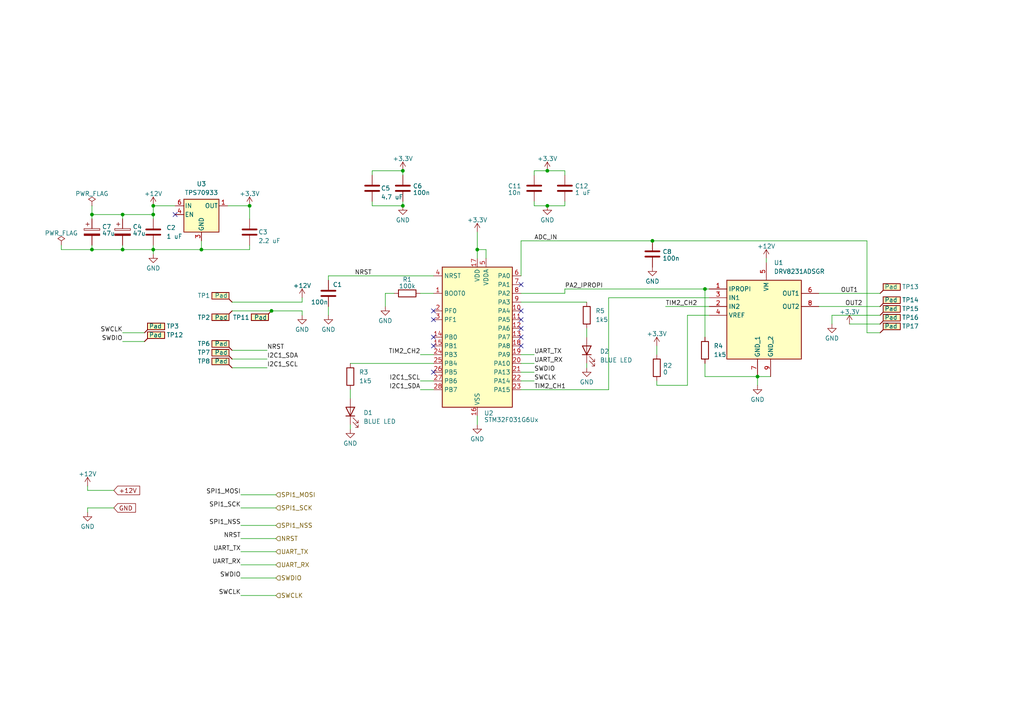
<source format=kicad_sch>
(kicad_sch (version 20231120) (generator "eeschema") (generator_version "8.0")
  (paper "A4")
  (lib_symbols
    (symbol "Connector:TestPoint_Flag" (pin_numbers hide) (pin_names (offset 0.762) hide)
      (property "Reference" "TP" (at 3.429 1.778 0))
      (property "Value" "TestPoint_Flag" (at 3.302 4.191 0))
      (symbol "TestPoint_Flag_0_1"
        (polyline (pts (xy 0 0) (xy 0.889 0.889)) (stroke (width 0.254)))
        (rectangle (start 0.889 2.794) (end 5.842 0.889) (stroke (width 0.254)) (fill (type background)))
      )
      (symbol "TestPoint_Flag_1_1"
        (pin passive line (at 0 0 90) (length 0) (name "1") (number "1"))
      )
    )
    (symbol "Device:C" (pin_numbers hide) (pin_names (offset 0.254))
      (property "Reference" "C" (at 0.635 2.54 0))
      (property "Value" "C" (at 0.635 -2.54 0))
      (symbol "C_0_1"
        (polyline (pts (xy -2.032 -0.762) (xy 2.032 -0.762)) (stroke (width 0.508)))
        (polyline (pts (xy -2.032 0.762) (xy 2.032 0.762)) (stroke (width 0.508)))
      )
      (symbol "C_1_1"
        (pin passive line (at 0 3.81 270) (length 2.794) (name "~") (number "1"))
        (pin passive line (at 0 -3.81 90) (length 2.794) (name "~") (number "2"))
      )
    )
    (symbol "Device:C_Polarized" (pin_numbers hide) (pin_names (offset 0.254))
      (property "Reference" "C" (at 0.635 2.54 0))
      (property "Value" "C_Polarized" (at 0.635 -2.54 0))
      (symbol "C_Polarized_0_1"
        (rectangle (start -2.286 0.508) (end 2.286 1.016))
        (polyline (pts (xy -1.778 2.286) (xy -0.762 2.286)))
        (polyline (pts (xy -1.27 2.794) (xy -1.27 1.778)))
        (rectangle (start 2.286 -0.508) (end -2.286 -1.016) (fill (type outline)))
      )
      (symbol "C_Polarized_1_1"
        (pin passive line (at 0 3.81 270) (length 2.794) (name "~") (number "1"))
        (pin passive line (at 0 -3.81 90) (length 2.794) (name "~") (number "2"))
      )
    )
    (symbol "Device:LED" (pin_numbers hide) (pin_names (offset 1.016) hide)
      (property "Reference" "D" (at 0 2.54 0))
      (property "Value" "LED" (at 0 -2.54 0))
      (symbol "LED_0_1"
        (polyline (pts (xy -1.27 -1.27) (xy -1.27 1.27)) (stroke (width 0.254)))
        (polyline (pts (xy -1.27 0) (xy 1.27 0)))
        (polyline (pts (xy 1.27 -1.27) (xy 1.27 1.27) (xy -1.27 0) (xy 1.27 -1.27)) (stroke (width 0.254)))
        (polyline (pts (xy -3.048 -0.762) (xy -4.572 -2.286) (xy -3.81 -2.286) (xy -4.572 -2.286) (xy -4.572 -1.524)))
        (polyline (pts (xy -1.778 -0.762) (xy -3.302 -2.286) (xy -2.54 -2.286) (xy -3.302 -2.286) (xy -3.302 -1.524)))
      )
      (symbol "LED_1_1"
        (pin passive line (at -3.81 0 0) (length 2.54) (name "K") (number "1"))
        (pin passive line (at 3.81 0 180) (length 2.54) (name "A") (number "2"))
      )
    )
    (symbol "Device:R" (pin_numbers hide) (pin_names (offset 0))
      (property "Reference" "R" (at 2.032 0 90))
      (property "Value" "R" (at 0 0 90))
      (symbol "R_0_1"
        (rectangle (start -1.016 -2.54) (end 1.016 2.54) (stroke (width 0.254)))
      )
      (symbol "R_1_1"
        (pin passive line (at 0 3.81 270) (length 1.27) (name "~") (number "1"))
        (pin passive line (at 0 -3.81 90) (length 1.27) (name "~") (number "2"))
      )
    )
    (symbol "Driver_Motor:DRV8231ADSGR"
      (property "Reference" "Ux" (at 25.4 7.62 0))
      (property "Value" "DRV8231ADSGR" (at 31.75 5.08 0))
      (symbol "DRV8231ADSGR_1_1"
        (rectangle (start 5.08 2.54) (end 26.67 -20.32) (stroke (width 0.254)) (fill (type background)))
        (pin passive line (at 0 0 0) (length 5.08) (name "IPROPI") (number "1"))
        (pin passive line (at 0 -5.08 0) (length 5.08) (name "IN2") (number "2"))
        (pin passive line (at 0 -2.54 0) (length 5.08) (name "IN1") (number "3"))
        (pin passive line (at 0 -7.62 0) (length 5.08) (name "VREF") (number "4"))
        (pin passive line (at 16.51 7.62 270) (length 5.08) (name "VM") (number "5"))
        (pin passive line (at 31.75 -1.27 180) (length 5.08) (name "OUT1") (number "6"))
        (pin passive line (at 13.97 -25.4 90) (length 5.08) (name "GND_1") (number "7"))
        (pin passive line (at 31.75 -5.08 180) (length 5.08) (name "OUT2") (number "8"))
        (pin passive line (at 17.78 -25.4 90) (length 5.08) (name "GND_2") (number "9"))
      )
    )
    (symbol "MCU_ST_STM32F0:STM32F031G6Ux"
      (property "Reference" "U" (at -10.16 21.59 0))
      (property "Value" "STM32F031G6Ux" (at 5.08 21.59 0))
      (symbol "STM32F031G6Ux_0_1"
        (rectangle (start -10.16 -20.32) (end 10.16 20.32) (stroke (width 0.254)) (fill (type background)))
      )
      (symbol "STM32F031G6Ux_1_1"
        (pin input line (at -12.7 12.7 0) (length 2.54) (name "BOOT0") (number "1"))
        (pin bidirectional line (at 12.7 7.62 180) (length 2.54) (name "PA4") (number "10"))
        (pin bidirectional line (at 12.7 5.08 180) (length 2.54) (name "PA5") (number "11"))
        (pin bidirectional line (at 12.7 2.54 180) (length 2.54) (name "PA6") (number "12"))
        (pin bidirectional line (at 12.7 0 180) (length 2.54) (name "PA7") (number "13"))
        (pin bidirectional line (at -12.7 0 0) (length 2.54) (name "PB0") (number "14"))
        (pin bidirectional line (at -12.7 -2.54 0) (length 2.54) (name "PB1") (number "15"))
        (pin power_in line (at 0 -22.86 90) (length 2.54) (name "VSS") (number "16"))
        (pin power_in line (at 0 22.86 270) (length 2.54) (name "VDD") (number "17"))
        (pin bidirectional line (at 12.7 -2.54 180) (length 2.54) (name "PA8") (number "18"))
        (pin bidirectional line (at 12.7 -5.08 180) (length 2.54) (name "PA9") (number "19"))
        (pin bidirectional line (at -12.7 7.62 0) (length 2.54) (name "PF0") (number "2"))
        (pin bidirectional line (at 12.7 -7.62 180) (length 2.54) (name "PA10") (number "20"))
        (pin bidirectional line (at 12.7 -10.16 180) (length 2.54) (name "PA13") (number "21"))
        (pin bidirectional line (at 12.7 -12.7 180) (length 2.54) (name "PA14") (number "22"))
        (pin bidirectional line (at 12.7 -15.24 180) (length 2.54) (name "PA15") (number "23"))
        (pin bidirectional line (at -12.7 -5.08 0) (length 2.54) (name "PB3") (number "24"))
        (pin bidirectional line (at -12.7 -7.62 0) (length 2.54) (name "PB4") (number "25"))
        (pin bidirectional line (at -12.7 -10.16 0) (length 2.54) (name "PB5") (number "26"))
        (pin bidirectional line (at -12.7 -12.7 0) (length 2.54) (name "PB6") (number "27"))
        (pin bidirectional line (at -12.7 -15.24 0) (length 2.54) (name "PB7") (number "28"))
        (pin bidirectional line (at -12.7 5.08 0) (length 2.54) (name "PF1") (number "3"))
        (pin input line (at -12.7 17.78 0) (length 2.54) (name "NRST") (number "4"))
        (pin power_in line (at 2.54 22.86 270) (length 2.54) (name "VDDA") (number "5"))
        (pin bidirectional line (at 12.7 17.78 180) (length 2.54) (name "PA0") (number "6"))
        (pin bidirectional line (at 12.7 15.24 180) (length 2.54) (name "PA1") (number "7"))
        (pin bidirectional line (at 12.7 12.7 180) (length 2.54) (name "PA2") (number "8"))
        (pin bidirectional line (at 12.7 10.16 180) (length 2.54) (name "PA3") (number "9"))
      )
    )
    (symbol "Regulator_Linear:TLV75710PDRV" (pin_names (offset 0.254))
      (property "Reference" "U" (at -3.81 5.715 0))
      (property "Value" "TLV75710PDRV" (at 0 5.715 0))
      (symbol "TLV75710PDRV_0_1"
        (rectangle (start -5.08 4.445) (end 5.08 -5.08) (stroke (width 0.254)) (fill (type background)))
      )
      (symbol "TLV75710PDRV_1_1"
        (pin power_out line (at 7.62 2.54 180) (length 2.54) (name "OUT") (number "1"))
        (pin no_connect line (at 5.08 0 180) (length 2.54) hide (name "NC") (number "2"))
        (pin power_in line (at 0 -7.62 90) (length 2.54) (name "GND") (number "3"))
        (pin input line (at -7.62 0 0) (length 2.54) (name "EN") (number "4"))
        (pin no_connect line (at 5.08 -2.54 180) (length 2.54) hide (name "NC") (number "5"))
        (pin power_in line (at -7.62 2.54 0) (length 2.54) (name "IN") (number "6"))
        (pin passive line (at 0 -7.62 90) (length 2.54) hide (name "GND") (number "7"))
      )
    )
    (symbol "power:+12V" (power) (pin_names (offset 0))
      (property "Value" "+12V" (at 0 3.556 0))
      (symbol "+12V_0_1"
        (polyline (pts (xy -0.762 1.27) (xy 0 2.54)))
        (polyline (pts (xy 0 0) (xy 0 2.54)))
        (polyline (pts (xy 0 2.54) (xy 0.762 1.27)))
      )
      (symbol "+12V_1_1"
        (pin power_in line (at 0 0 90) (length 0) hide (name "+12V") (number "1"))
      )
    )
    (symbol "power:+3.3V" (power) (pin_names (offset 0))
      (property "Value" "+3.3V" (at 0 3.556 0))
      (symbol "+3.3V_0_1"
        (polyline (pts (xy -0.762 1.27) (xy 0 2.54)))
        (polyline (pts (xy 0 0) (xy 0 2.54)))
        (polyline (pts (xy 0 2.54) (xy 0.762 1.27)))
      )
      (symbol "+3.3V_1_1"
        (pin power_in line (at 0 0 90) (length 0) hide (name "+3.3V") (number "1"))
      )
    )
    (symbol "power:GND" (power) (pin_names (offset 0))
      (property "Value" "GND" (at 0 -3.81 0))
      (symbol "GND_0_1"
        (polyline (pts (xy 0 0) (xy 0 -1.27) (xy 1.27 -1.27) (xy 0 -2.54) (xy -1.27 -1.27) (xy 0 -1.27)))
      )
      (symbol "GND_1_1"
        (pin power_in line (at 0 0 270) (length 0) hide (name "GND") (number "1"))
      )
    )
    (symbol "power:PWR_FLAG" (power) (pin_numbers hide) (pin_names (offset 0) hide)
      (property "Value" "PWR_FLAG" (at 0 3.81 0))
      (symbol "PWR_FLAG_0_0"
        (pin power_out line (at 0 0 90) (length 0) (name "pwr") (number "1"))
      )
      (symbol "PWR_FLAG_0_1"
        (polyline (pts (xy 0 0) (xy 0 1.27) (xy -1.016 1.905) (xy 0 2.54) (xy 1.016 1.905) (xy 0 1.27)))
      )
    )
  )
  (junction (at 204.47 83.82))
  (junction (at 26.67 62.23))
  (junction (at 78.74 90.17))
  (junction (at 44.45 59.69))
  (junction (at 158.75 49.53))
  (junction (at 44.45 72.39))
  (junction (at 116.84 49.53))
  (junction (at 219.71 109.22))
  (junction (at 72.39 59.69))
  (junction (at 35.56 72.39))
  (junction (at 26.67 72.39))
  (junction (at 116.84 59.69))
  (junction (at 158.75 59.69))
  (junction (at 44.45 62.23))
  (junction (at 138.43 72.39))
  (junction (at 35.56 62.23))
  (junction (at 189.23 69.85))
  (junction (at 58.42 72.39))
  (no_connect (at 125.73 90.17))
  (no_connect (at 151.13 90.17))
  (no_connect (at 151.13 82.55))
  (no_connect (at 151.13 100.33))
  (no_connect (at 125.73 107.95))
  (no_connect (at 125.73 100.33))
  (no_connect (at 151.13 92.71))
  (no_connect (at 151.13 97.79))
  (no_connect (at 50.8 62.23))
  (no_connect (at 125.73 97.79))
  (no_connect (at 151.13 95.25))
  (no_connect (at 125.73 92.71))
  (wire (pts (xy 77.47 101.6) (xy 67.31 101.6)))
  (wire (pts (xy 121.92 110.49) (xy 125.73 110.49)))
  (wire (pts (xy 69.85 167.64) (xy 80.01 167.64)))
  (wire (pts (xy 158.75 59.69) (xy 163.83 59.69)))
  (wire (pts (xy 151.13 110.49) (xy 154.94 110.49)))
  (wire (pts (xy 25.4 142.24) (xy 33.02 142.24)))
  (wire (pts (xy 17.78 72.39) (xy 26.67 72.39)))
  (wire (pts (xy 58.42 72.39) (xy 72.39 72.39)))
  (wire (pts (xy 35.56 99.06) (xy 41.91 99.06)))
  (wire (pts (xy 111.76 85.09) (xy 114.3 85.09)))
  (wire (pts (xy 163.83 85.09) (xy 151.13 85.09)))
  (wire (pts (xy 25.4 147.32) (xy 25.4 148.59)))
  (wire (pts (xy 176.53 86.36) (xy 205.74 86.36)))
  (wire (pts (xy 154.94 59.69) (xy 154.94 58.42)))
  (wire (pts (xy 158.75 59.69) (xy 154.94 59.69)))
  (wire (pts (xy 163.83 59.69) (xy 163.83 58.42)))
  (wire (pts (xy 251.46 96.52) (xy 255.27 96.52)))
  (wire (pts (xy 151.13 69.85) (xy 189.23 69.85)))
  (wire (pts (xy 246.38 93.98) (xy 255.27 93.98)))
  (wire (pts (xy 95.25 80.01) (xy 95.25 81.28)))
  (wire (pts (xy 44.45 62.23) (xy 44.45 63.5)))
  (wire (pts (xy 151.13 105.41) (xy 154.94 105.41)))
  (wire (pts (xy 170.18 105.41) (xy 170.18 106.68)))
  (wire (pts (xy 35.56 72.39) (xy 26.67 72.39)))
  (wire (pts (xy 189.23 69.85) (xy 251.46 69.85)))
  (wire (pts (xy 222.25 74.93) (xy 222.25 76.2)))
  (wire (pts (xy 58.42 69.85) (xy 58.42 72.39)))
  (wire (pts (xy 199.39 111.76) (xy 190.5 111.76)))
  (wire (pts (xy 151.13 87.63) (xy 170.18 87.63)))
  (wire (pts (xy 237.49 85.09) (xy 255.27 85.09)))
  (wire (pts (xy 163.83 83.82) (xy 163.83 85.09)))
  (wire (pts (xy 44.45 62.23) (xy 35.56 62.23)))
  (wire (pts (xy 35.56 72.39) (xy 35.56 71.12)))
  (wire (pts (xy 69.85 163.83) (xy 80.01 163.83)))
  (wire (pts (xy 69.85 160.02) (xy 80.01 160.02)))
  (wire (pts (xy 26.67 62.23) (xy 26.67 63.5)))
  (wire (pts (xy 121.92 102.87) (xy 125.73 102.87)))
  (wire (pts (xy 219.71 109.22) (xy 204.47 109.22)))
  (wire (pts (xy 33.02 147.32) (xy 25.4 147.32)))
  (wire (pts (xy 199.39 91.44) (xy 199.39 111.76)))
  (wire (pts (xy 140.97 72.39) (xy 140.97 74.93)))
  (wire (pts (xy 44.45 72.39) (xy 44.45 73.66)))
  (wire (pts (xy 44.45 72.39) (xy 58.42 72.39)))
  (wire (pts (xy 95.25 88.9) (xy 95.25 91.44)))
  (wire (pts (xy 72.39 59.69) (xy 72.39 63.5)))
  (wire (pts (xy 72.39 72.39) (xy 72.39 71.12)))
  (wire (pts (xy 69.85 152.4) (xy 80.01 152.4)))
  (wire (pts (xy 26.67 72.39) (xy 26.67 71.12)))
  (wire (pts (xy 107.95 49.53) (xy 116.84 49.53)))
  (wire (pts (xy 199.39 91.44) (xy 205.74 91.44)))
  (wire (pts (xy 17.78 71.12) (xy 17.78 72.39)))
  (wire (pts (xy 151.13 69.85) (xy 151.13 80.01)))
  (wire (pts (xy 151.13 102.87) (xy 154.94 102.87)))
  (wire (pts (xy 158.75 49.53) (xy 154.94 49.53)))
  (wire (pts (xy 67.31 87.63) (xy 87.63 87.63)))
  (wire (pts (xy 138.43 120.65) (xy 138.43 123.19)))
  (wire (pts (xy 69.85 172.72) (xy 80.01 172.72)))
  (wire (pts (xy 69.85 156.21) (xy 80.01 156.21)))
  (wire (pts (xy 154.94 49.53) (xy 154.94 50.8)))
  (wire (pts (xy 107.95 59.69) (xy 116.84 59.69)))
  (wire (pts (xy 95.25 80.01) (xy 125.73 80.01)))
  (wire (pts (xy 67.31 104.14) (xy 77.47 104.14)))
  (wire (pts (xy 204.47 105.41) (xy 204.47 109.22)))
  (wire (pts (xy 140.97 72.39) (xy 138.43 72.39)))
  (wire (pts (xy 101.6 105.41) (xy 125.73 105.41)))
  (wire (pts (xy 101.6 113.03) (xy 101.6 115.57)))
  (wire (pts (xy 241.3 91.44) (xy 255.27 91.44)))
  (wire (pts (xy 111.76 88.9) (xy 111.76 85.09)))
  (wire (pts (xy 204.47 83.82) (xy 204.47 97.79)))
  (wire (pts (xy 176.53 113.03) (xy 176.53 86.36)))
  (wire (pts (xy 44.45 71.12) (xy 44.45 72.39)))
  (wire (pts (xy 190.5 100.33) (xy 190.5 102.87)))
  (wire (pts (xy 69.85 147.32) (xy 80.01 147.32)))
  (wire (pts (xy 35.56 96.52) (xy 41.91 96.52)))
  (wire (pts (xy 205.74 83.82) (xy 204.47 83.82)))
  (wire (pts (xy 35.56 62.23) (xy 35.56 63.5)))
  (wire (pts (xy 25.4 142.24) (xy 25.4 140.97)))
  (wire (pts (xy 116.84 49.53) (xy 116.84 50.8)))
  (wire (pts (xy 121.92 85.09) (xy 125.73 85.09)))
  (wire (pts (xy 35.56 62.23) (xy 26.67 62.23)))
  (wire (pts (xy 67.31 90.17) (xy 78.74 90.17)))
  (wire (pts (xy 163.83 49.53) (xy 163.83 50.8)))
  (wire (pts (xy 223.52 109.22) (xy 219.71 109.22)))
  (wire (pts (xy 87.63 87.63) (xy 87.63 86.36)))
  (wire (pts (xy 163.83 83.82) (xy 204.47 83.82)))
  (wire (pts (xy 219.71 109.22) (xy 219.71 111.76)))
  (wire (pts (xy 69.85 143.51) (xy 80.01 143.51)))
  (wire (pts (xy 50.8 59.69) (xy 44.45 59.69)))
  (wire (pts (xy 44.45 72.39) (xy 35.56 72.39)))
  (wire (pts (xy 44.45 59.69) (xy 44.45 62.23)))
  (wire (pts (xy 101.6 123.19) (xy 101.6 124.46)))
  (wire (pts (xy 193.04 88.9) (xy 205.74 88.9)))
  (wire (pts (xy 158.75 49.53) (xy 163.83 49.53)))
  (wire (pts (xy 26.67 59.69) (xy 26.67 62.23)))
  (wire (pts (xy 237.49 88.9) (xy 255.27 88.9)))
  (wire (pts (xy 107.95 58.42) (xy 107.95 59.69)))
  (wire (pts (xy 151.13 113.03) (xy 176.53 113.03)))
  (wire (pts (xy 251.46 69.85) (xy 251.46 96.52)))
  (wire (pts (xy 138.43 67.31) (xy 138.43 72.39)))
  (wire (pts (xy 151.13 107.95) (xy 154.94 107.95)))
  (wire (pts (xy 170.18 95.25) (xy 170.18 97.79)))
  (wire (pts (xy 107.95 50.8) (xy 107.95 49.53)))
  (wire (pts (xy 190.5 111.76) (xy 190.5 110.49)))
  (wire (pts (xy 121.92 113.03) (xy 125.73 113.03)))
  (wire (pts (xy 138.43 72.39) (xy 138.43 74.93)))
  (wire (pts (xy 78.74 90.17) (xy 87.63 90.17)))
  (wire (pts (xy 67.31 106.68) (xy 77.47 106.68)))
  (wire (pts (xy 87.63 90.17) (xy 87.63 91.44)))
  (wire (pts (xy 116.84 59.69) (xy 116.84 58.42)))
  (wire (pts (xy 241.3 93.98) (xy 241.3 91.44)))
  (wire (pts (xy 66.04 59.69) (xy 72.39 59.69)))
  (label "NRST" (at 69.85 156.21 180))
  (label "TIM2_CH2" (at 121.92 102.87 180))
  (label "NRST" (at 77.47 101.6 0))
  (label "SWDIO" (at 154.94 107.95 0))
  (label "OUT2" (at 245.11 88.9 0))
  (label "UART_RX" (at 154.94 105.41 0))
  (label "UART_TX" (at 154.94 102.87 0))
  (label "UART_RX" (at 69.85 163.83 180))
  (label "SPI1_SCK" (at 69.85 147.32 180))
  (label "SWDIO" (at 35.56 99.06 180))
  (label "SWCLK" (at 35.56 96.52 180))
  (label "NRST" (at 102.87 80.01 0))
  (label "PA2_IPROPI" (at 163.83 83.82 0))
  (label "I2C1_SDA" (at 121.92 113.03 180))
  (label "ADC_IN" (at 154.94 69.85 0))
  (label "SWDIO" (at 69.85 167.64 180))
  (label "SWCLK" (at 69.85 172.72 180))
  (label "I2C1_SDA" (at 77.47 104.14 0))
  (label "SWCLK" (at 154.94 110.49 0))
  (label "OUT1" (at 243.84 85.09 0))
  (label "I2C1_SCL" (at 77.47 106.68 0))
  (label "SPI1_NSS" (at 69.85 152.4 180))
  (label "I2C1_SCL" (at 121.92 110.49 180))
  (label "TIM2_CH1" (at 154.94 113.03 0))
  (label "SPI1_MOSI" (at 69.85 143.51 180))
  (label "UART_TX" (at 69.85 160.02 180))
  (label "TIM2_CH2" (at 193.04 88.9 0))
  (global_label "GND" (shape input) (at 33.02 147.32 0) (property "Intersheetrefs" "${INTERSHEET_REFS}" (effects (hide yes))))
  (global_label "+12V" (shape input) (at 33.02 142.24 0) (property "Intersheetrefs" "${INTERSHEET_REFS}" (effects (hide yes))))
  (hierarchical_label "UART_RX" (shape input) (at 80.01 163.83 0))
  (hierarchical_label "SPI1_SCK" (shape input) (at 80.01 147.32 0))
  (hierarchical_label "NRST" (shape input) (at 80.01 156.21 0))
  (hierarchical_label "UART_TX" (shape input) (at 80.01 160.02 0))
  (hierarchical_label "SWCLK" (shape input) (at 80.01 172.72 0))
  (hierarchical_label "SWDIO" (shape input) (at 80.01 167.64 0))
  (hierarchical_label "SPI1_MOSI" (shape input) (at 80.01 143.51 0))
  (hierarchical_label "SPI1_NSS" (shape input) (at 80.01 152.4 0))
  (symbol (lib_id "Device:R") (at 118.11 85.09 90) (unit 1)
    (property "Reference" "R1" (at 118.11 81.0641 90))
    (property "Value" "100k" (at 118.11 82.9851 90))
    (property "Footprint" "Resistor_SMD:R_0402_1005Metric" (effects (hide yes)))
  )
  (symbol (lib_id "power:PWR_FLAG") (at 26.67 59.69 0) (unit 1)
    (property "Reference" "#FLG01" (effects (hide yes)))
    (property "Value" "PWR_FLAG" (at 26.67 56.1881 0))
  )
  (symbol (lib_id "power:GND") (at 241.3 93.98 0) (unit 1)
    (property "Reference" "#PWR014" (effects (hide yes)))
    (property "Value" "GND" (at 241.3 98.1155 0))
  )
  (symbol (lib_id "power:+3.3V") (at 246.38 93.98 0) (unit 1)
    (property "Reference" "#PWR013" (effects (hide yes)))
    (property "Value" "+3.3V" (at 246.38 90.4781 0))
  )
  (symbol (lib_id "Connector:TestPoint_Flag") (at 67.31 106.68 0) (mirror y) (unit 1)
    (property "Reference" "TP8" (at 60.96 104.775 0) (effects (justify left)))
    (property "Value" "Pad" (at 66.04 104.775 0) (effects (justify left)))
    (property "Footprint" "Connector:Castellated_Pad_1x2mm" (effects (hide yes)))
  )
  (symbol (lib_id "Connector:TestPoint_Flag") (at 67.31 87.63 0) (mirror y) (unit 1)
    (property "Reference" "TP1" (at 60.96 85.725 0) (effects (justify left)))
    (property "Value" "Pad" (at 66.04 85.725 0) (effects (justify left)))
    (property "Footprint" "Connector:Castellated_Pad_1x2mm" (effects (hide yes)))
  )
  (symbol (lib_id "Connector:TestPoint_Flag") (at 67.31 101.6 0) (mirror y) (unit 1)
    (property "Reference" "TP6" (at 60.96 99.695 0) (effects (justify left)))
    (property "Value" "Pad" (at 66.04 99.695 0) (effects (justify left)))
    (property "Footprint" "Connector:Castellated_Pad_1x2mm" (effects (hide yes)))
  )
  (symbol (lib_id "power:+3.3V") (at 116.84 49.53 0) (unit 1)
    (property "Reference" "#PWR018" (effects (hide yes)))
    (property "Value" "+3.3V" (at 116.84 46.0281 0))
  )
  (symbol (lib_id "power:+3.3V") (at 138.43 67.31 0) (unit 1)
    (property "Reference" "#PWR08" (effects (hide yes)))
    (property "Value" "+3.3V" (at 138.43 63.8081 0))
  )
  (symbol (lib_id "Connector:TestPoint_Flag") (at 255.27 88.9 0) (unit 1)
    (property "Reference" "TP14" (at 261.62 86.995 0) (effects (justify left)))
    (property "Value" "Pad" (at 256.54 86.995 0) (effects (justify left)))
    (property "Footprint" "Connector:Castellated_Pad_1x2mm" (effects (hide yes)))
  )
  (symbol (lib_id "power:GND") (at 219.71 111.76 0) (unit 1)
    (property "Reference" "#PWR011" (effects (hide yes)))
    (property "Value" "GND" (at 219.71 115.8955 0))
  )
  (symbol (lib_id "power:GND") (at 116.84 59.69 0) (unit 1)
    (property "Reference" "#PWR019" (effects (hide yes)))
    (property "Value" "GND" (at 116.84 63.8255 0))
  )
  (symbol (lib_id "Device:R") (at 190.5 106.68 180) (unit 1)
    (property "Reference" "R2" (at 192.278 106.0363 0) (effects (justify right)))
    (property "Value" "0" (at 192.278 107.9573 0) (effects (justify right)))
    (property "Footprint" "Resistor_SMD:R_0402_1005Metric" (effects (hide yes)))
  )
  (symbol (lib_id "power:+12V") (at 222.25 74.93 0) (unit 1)
    (property "Reference" "#PWR03" (effects (hide yes)))
    (property "Value" "+12V" (at 222.25 71.4281 0))
  )
  (symbol (lib_id "Device:LED") (at 170.18 101.6 90) (unit 1)
    (property "Reference" "D2" (at 173.99 101.9175 90) (effects (justify right)))
    (property "Value" "BLUE LED" (at 173.99 104.4575 90) (effects (justify right)))
    (property "Footprint" "LED_SMD:LED_0201_0603Metric" (effects (hide yes)))
  )
  (symbol (lib_id "Device:C_Polarized") (at 35.56 67.31 0) (unit 1)
    (property "Reference" "C4" (at 38.481 65.7773 0) (effects (justify left)))
    (property "Value" "47u" (at 38.481 67.6983 0) (effects (justify left)))
    (property "Footprint" "Capacitor_Tantalum_SMD:CP_EIA-3528-12_Kemet-T" (effects (hide yes)))
  )
  (symbol (lib_id "Connector:TestPoint_Flag") (at 255.27 91.44 0) (unit 1)
    (property "Reference" "TP15" (at 261.62 89.535 0) (effects (justify left)))
    (property "Value" "Pad" (at 256.54 89.535 0) (effects (justify left)))
    (property "Footprint" "Connector:Castellated_Pad_1x2mm" (effects (hide yes)))
  )
  (symbol (lib_id "Device:C") (at 107.95 54.61 0) (unit 1)
    (property "Reference" "C5" (at 110.49 54.61 0) (effects (justify left)))
    (property "Value" "4.7 uF" (at 110.49 57.15 0) (effects (justify left)))
    (property "Footprint" "Capacitor_SMD:C_0402_1005Metric" (effects (hide yes)))
    (property "JLCPCB Part#" "C2999759" (effects (hide yes)))
  )
  (symbol (lib_id "Device:C") (at 44.45 67.31 0) (unit 1)
    (property "Reference" "C2" (at 48.26 66.04 0) (effects (justify left)))
    (property "Value" "1 uF" (at 48.26 68.58 0) (effects (justify left)))
    (property "Footprint" "Capacitor_SMD:C_0603_1608Metric" (effects (hide yes)))
  )
  (symbol (lib_id "Device:C") (at 72.39 67.31 0) (unit 1)
    (property "Reference" "C3" (at 74.93 67.31 0) (effects (justify left)))
    (property "Value" "2.2 uF" (at 74.93 69.85 0) (effects (justify left)))
    (property "Footprint" "Capacitor_SMD:C_0402_1005Metric" (effects (hide yes)))
    (property "JLCPCB Part#" "C2999759" (effects (hide yes)))
  )
  (symbol (lib_id "power:GND") (at 95.25 91.44 0) (unit 1)
    (property "Reference" "#PWR01" (effects (hide yes)))
    (property "Value" "GND" (at 95.25 95.5755 0))
  )
  (symbol (lib_id "MCU_ST_STM32F0:STM32F031G6Ux") (at 138.43 97.79 0) (unit 1)
    (property "Reference" "U2" (at 140.3859 119.8325 0) (effects (justify left)))
    (property "Value" "STM32F031G6Ux" (at 140.3859 121.7535 0) (effects (justify left)))
    (property "Footprint" "Package_DFN_QFN:QFN-28_4x4mm_P0.5mm" (effects (hide yes)))
    (property "Datasheet" "https://www.st.com/resource/en/datasheet/stm32f031g6.pdf" (effects (hide yes)))
    (property "JLCPCB Part#" "C2053303" (effects (hide yes)))
  )
  (symbol (lib_id "power:+3.3V") (at 158.75 49.53 0) (unit 1)
    (property "Reference" "#PWR020" (effects (hide yes)))
    (property "Value" "+3.3V" (at 158.75 46.0281 0))
  )
  (symbol (lib_id "power:GND") (at 111.76 88.9 0) (unit 1)
    (property "Reference" "#PWR012" (effects (hide yes)))
    (property "Value" "GND" (at 111.76 93.0355 0))
  )
  (symbol (lib_id "Device:C") (at 163.83 54.61 0) (unit 1)
    (property "Reference" "C12" (at 166.751 53.9663 0) (effects (justify left)))
    (property "Value" "1 uF" (at 166.751 55.8873 0) (effects (justify left)))
    (property "Footprint" "Capacitor_SMD:C_0402_1005Metric" (effects (hide yes)))
    (property "JLCPCB Part#" "C528974" (effects (hide yes)))
  )
  (symbol (lib_id "Device:R") (at 101.6 109.22 180) (unit 1)
    (property "Reference" "R3" (at 104.14 107.95 0) (effects (justify right)))
    (property "Value" "1k5" (at 104.14 110.49 0) (effects (justify right)))
    (property "Footprint" "Resistor_SMD:R_0201_0603Metric" (effects (hide yes)))
  )
  (symbol (lib_id "power:GND") (at 101.6 124.46 0) (unit 1)
    (property "Reference" "#PWR04" (effects (hide yes)))
    (property "Value" "GND" (at 101.6 128.5955 0))
  )
  (symbol (lib_id "Device:R") (at 204.47 101.6 180) (unit 1)
    (property "Reference" "R4" (at 207.01 100.33 0) (effects (justify right)))
    (property "Value" "1k5" (at 207.01 102.87 0) (effects (justify right)))
    (property "Footprint" "Resistor_SMD:R_0402_1005Metric_Pad0.72x0.64mm_HandSolder" (effects (hide yes)))
  )
  (symbol (lib_id "Connector:TestPoint_Flag") (at 255.27 96.52 0) (unit 1)
    (property "Reference" "TP17" (at 261.62 94.615 0) (effects (justify left)))
    (property "Value" "Pad" (at 256.54 94.615 0) (effects (justify left)))
    (property "Footprint" "Connector:Castellated_Pad_1x2mm" (effects (hide yes)))
  )
  (symbol (lib_id "Device:C_Polarized") (at 26.67 67.31 0) (unit 1)
    (property "Reference" "C7" (at 29.591 65.7773 0) (effects (justify left)))
    (property "Value" "47u" (at 29.591 67.6983 0) (effects (justify left)))
    (property "Footprint" "Capacitor_Tantalum_SMD:CP_EIA-3528-12_Kemet-T" (effects (hide yes)))
  )
  (symbol (lib_id "power:+3.3V") (at 72.39 59.69 0) (unit 1)
    (property "Reference" "#PWR07" (effects (hide yes)))
    (property "Value" "+3.3V" (at 72.39 56.1881 0))
  )
  (symbol (lib_id "power:GND") (at 158.75 59.69 0) (unit 1)
    (property "Reference" "#PWR021" (effects (hide yes)))
    (property "Value" "GND" (at 158.75 63.8255 0))
  )
  (symbol (lib_id "power:+12V") (at 44.45 59.69 0) (unit 1)
    (property "Reference" "#PWR05" (effects (hide yes)))
    (property "Value" "+12V" (at 44.45 56.1881 0))
  )
  (symbol (lib_id "Connector:TestPoint_Flag") (at 41.91 96.52 0) (unit 1)
    (property "Reference" "TP3" (at 48.26 94.615 0) (effects (justify left)))
    (property "Value" "Pad" (at 43.18 94.615 0) (effects (justify left)))
    (property "Footprint" "Connector:Castellated_Pad_1x2mm" (effects (hide yes)))
  )
  (symbol (lib_id "power:GND") (at 25.4 148.59 0) (unit 1)
    (property "Reference" "#PWR016" (effects (hide yes)))
    (property "Value" "GND" (at 25.4 152.7255 0))
  )
  (symbol (lib_id "Connector:TestPoint_Flag") (at 67.31 104.14 0) (mirror y) (unit 1)
    (property "Reference" "TP7" (at 60.96 102.235 0) (effects (justify left)))
    (property "Value" "Pad" (at 66.04 102.235 0) (effects (justify left)))
    (property "Footprint" "Connector:Castellated_Pad_1x2mm" (effects (hide yes)))
  )
  (symbol (lib_id "Device:R") (at 170.18 91.44 180) (unit 1)
    (property "Reference" "R5" (at 172.72 90.17 0) (effects (justify right)))
    (property "Value" "1k5" (at 172.72 92.71 0) (effects (justify right)))
    (property "Footprint" "Resistor_SMD:R_0201_0603Metric" (effects (hide yes)))
  )
  (symbol (lib_id "Device:LED") (at 101.6 119.38 90) (unit 1)
    (property "Reference" "D1" (at 105.41 119.6975 90) (effects (justify right)))
    (property "Value" "BLUE LED" (at 105.41 122.2375 90) (effects (justify right)))
    (property "Footprint" "LED_SMD:LED_0402_1005Metric" (effects (hide yes)))
  )
  (symbol (lib_id "power:+12V") (at 25.4 140.97 0) (unit 1)
    (property "Reference" "#PWR0101" (effects (hide yes)))
    (property "Value" "+12V" (at 25.4 137.4681 0))
  )
  (symbol (lib_id "power:GND") (at 87.63 91.44 0) (unit 1)
    (property "Reference" "#PWR0102" (effects (hide yes)))
    (property "Value" "GND" (at 87.63 95.5755 0))
  )
  (symbol (lib_id "Device:C") (at 116.84 54.61 0) (unit 1)
    (property "Reference" "C6" (at 119.761 53.9663 0) (effects (justify left)))
    (property "Value" "100n" (at 119.761 55.8873 0) (effects (justify left)))
    (property "Footprint" "Capacitor_SMD:C_0402_1005Metric" (effects (hide yes)))
  )
  (symbol (lib_id "power:+12V") (at 87.63 86.36 0) (unit 1)
    (property "Reference" "#PWR015" (effects (hide yes)))
    (property "Value" "+12V" (at 87.63 82.8581 0))
  )
  (symbol (lib_id "Connector:TestPoint_Flag") (at 78.74 90.17 180) (unit 1)
    (property "Reference" "TP11" (at 72.39 92.075 0) (effects (justify left)))
    (property "Value" "Pad" (at 77.47 92.075 0) (effects (justify left)))
    (property "Footprint" "Connector:Castellated_Pad_1x2mm" (effects (hide yes)))
  )
  (symbol (lib_id "Connector:TestPoint_Flag") (at 41.91 99.06 0) (unit 1)
    (property "Reference" "TP12" (at 48.26 97.155 0) (effects (justify left)))
    (property "Value" "Pad" (at 43.18 97.155 0) (effects (justify left)))
    (property "Footprint" "Connector:Castellated_Pad_1x2mm" (effects (hide yes)))
  )
  (symbol (lib_id "power:+3.3V") (at 190.5 100.33 0) (unit 1)
    (property "Reference" "#PWR010" (effects (hide yes)))
    (property "Value" "+3.3V" (at 190.5 96.8281 0))
  )
  (symbol (lib_id "Driver_Motor:DRV8231ADSGR") (at 205.74 83.82 0) (unit 1)
    (property "Reference" "U1" (at 224.4441 76.2 0) (effects (justify left)))
    (property "Value" "DRV8231ADSGR" (at 224.4441 78.74 0) (effects (justify left)))
    (property "Footprint" "Package_SON:SON50P200X200X80-9N" (effects (hide yes)))
    (property "Datasheet" "https://www.ti.com/lit/ds/symlink/drv8231a.pdf?ts=1648534030931&ref_url=https%253A%252F%252Fwww.ti.com%252Fproduct%252FDRV8231A%253FkeyMatch%253DDRV8231ADSGR%2526tisearch%253Dsearch-everything%2526usecase%253DOPN" (effects (hide yes)))
    (property "Height" "0.8" (effects (hide yes)))
    (property "Mouser Part Number" "595-DRV8231ADSGR" (effects (hide yes)))
    (property "Mouser Price/Stock" "https://www.mouser.co.uk/ProductDetail/Texas-Instruments/DRV8231ADSGR?qs=Rp5uXu7WBW%252BKZGX8zD3MhQ%3D%3D" (effects (hide yes)))
    (property "Manufacturer_Name" "Texas Instruments" (effects (hide yes)))
    (property "Manufacturer_Part_Number" "DRV8231ADSGR" (effects (hide yes)))
    (property "JLCPCB Part#" "C5139865" (effects (hide yes)))
  )
  (symbol (lib_id "power:GND") (at 138.43 123.19 0) (unit 1)
    (property "Reference" "#PWR02" (effects (hide yes)))
    (property "Value" "GND" (at 138.43 127.3255 0))
  )
  (symbol (lib_id "Device:C") (at 189.23 73.66 0) (unit 1)
    (property "Reference" "C8" (at 192.151 73.0163 0) (effects (justify left)))
    (property "Value" "100n" (at 192.151 74.9373 0) (effects (justify left)))
    (property "Footprint" "Capacitor_SMD:C_0402_1005Metric" (effects (hide yes)))
  )
  (symbol (lib_id "power:GND") (at 189.23 77.47 0) (unit 1)
    (property "Reference" "#PWR017" (effects (hide yes)))
    (property "Value" "GND" (at 189.23 81.6055 0))
  )
  (symbol (lib_id "Connector:TestPoint_Flag") (at 255.27 93.98 0) (unit 1)
    (property "Reference" "TP16" (at 261.62 92.075 0) (effects (justify left)))
    (property "Value" "Pad" (at 256.54 92.075 0) (effects (justify left)))
    (property "Footprint" "Connector:Castellated_Pad_1x2mm" (effects (hide yes)))
  )
  (symbol (lib_id "power:GND") (at 170.18 106.68 0) (unit 1)
    (property "Reference" "#PWR09" (effects (hide yes)))
    (property "Value" "GND" (at 170.18 110.8155 0))
  )
  (symbol (lib_id "power:GND") (at 44.45 73.66 0) (unit 1)
    (property "Reference" "#PWR06" (effects (hide yes)))
    (property "Value" "GND" (at 44.45 77.7955 0))
  )
  (symbol (lib_id "power:PWR_FLAG") (at 17.78 71.12 0) (unit 1)
    (property "Reference" "#FLG02" (effects (hide yes)))
    (property "Value" "PWR_FLAG" (at 17.78 67.6181 0))
  )
  (symbol (lib_id "Connector:TestPoint_Flag") (at 255.27 85.09 0) (unit 1)
    (property "Reference" "TP13" (at 261.62 83.185 0) (effects (justify left)))
    (property "Value" "Pad" (at 256.54 83.185 0) (effects (justify left)))
    (property "Footprint" "Connector:Castellated_Pad_1x2mm" (effects (hide yes)))
  )
  (symbol (lib_id "Connector:TestPoint_Flag") (at 67.31 90.17 180) (unit 1)
    (property "Reference" "TP2" (at 60.96 92.075 0) (effects (justify left)))
    (property "Value" "Pad" (at 66.04 92.075 0) (effects (justify left)))
    (property "Footprint" "Connector:Castellated_Pad_1x2mm" (effects (hide yes)))
  )
  (symbol (lib_id "Device:C") (at 95.25 85.09 0) (unit 1)
    (property "Reference" "C1" (at 96.52 82.55 0) (effects (justify left)))
    (property "Value" "100n" (at 90.17 87.63 0) (effects (justify left)))
    (property "Footprint" "Capacitor_SMD:C_0402_1005Metric" (effects (hide yes)))
  )
  (symbol (lib_id "Device:C") (at 154.94 54.61 0) (unit 1)
    (property "Reference" "C11" (at 147.32 53.959 0) (effects (justify left)))
    (property "Value" "10n" (at 147.32 55.88 0) (effects (justify left)))
    (property "Footprint" "Capacitor_SMD:C_0402_1005Metric" (effects (hide yes)))
    (property "JLCPCB Part#" "C272878" (effects (hide yes)))
  )
  (symbol (lib_id "Regulator_Linear:TLV75710PDRV") (at 58.42 62.23 0) (unit 1)
    (property "Reference" "U3" (at 58.42 53.34 0))
    (property "Value" "TPS70933" (at 58.42 55.88 0))
    (property "Footprint" "Package_SON:WSON-6-1EP_2x2mm_P0.65mm_EP1x1.6mm" (effects (hide yes)))
    (property "Datasheet" "https://www.ti.com/lit/ds/symlink/tps709.pdf" (effects (hide yes)))
    (property "JLCPCB Part#" "C165164" (effects (hide yes)))
  )
)
</source>
